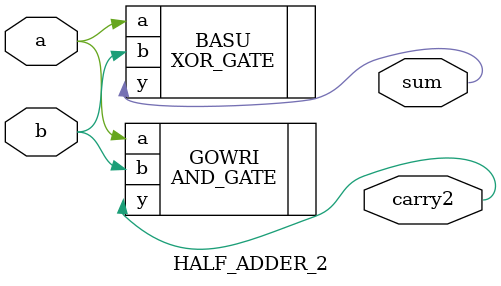
<source format=v>
module HALF_ADDER_2(a,b,sum,carry2);
    input a,b;
    output sum,carry2;

    //directions
    XOR_GATE BASU(.a(a),
                  .b(b),
                  .y(sum)
                  );
    AND_GATE GOWRI(.a(a),
                  .b(b),
                  .y(carry2)
                  );
endmodule
    
  

</source>
